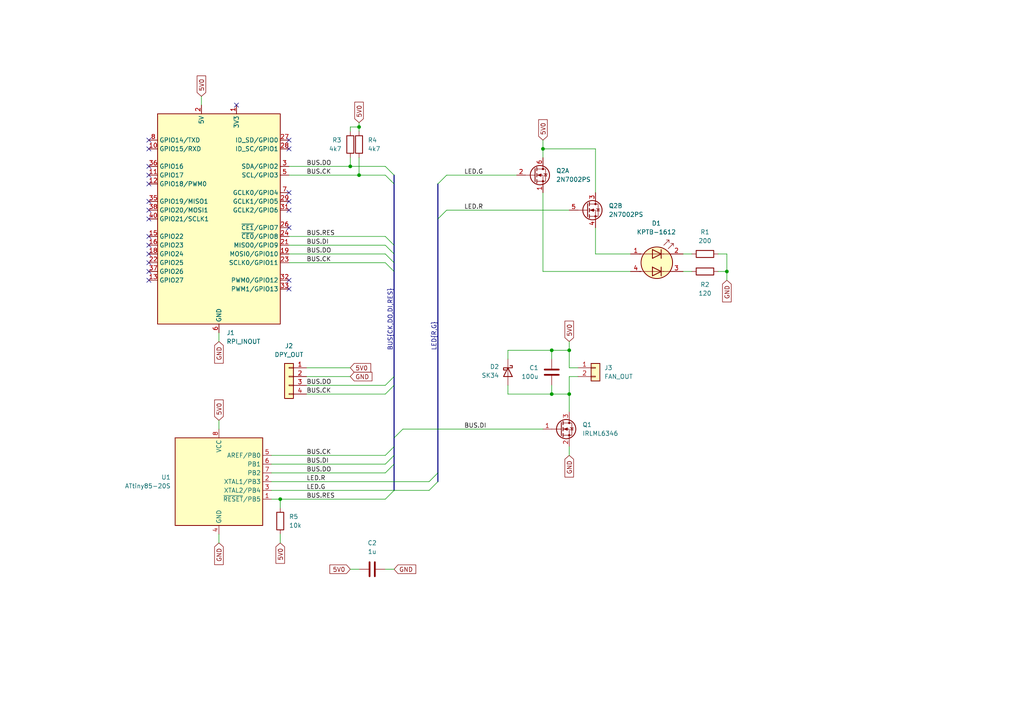
<source format=kicad_sch>
(kicad_sch (version 20231120) (generator "eeschema") (generator_version "8.0")
  (paper "A4")
  (lib_symbols
    (symbol "Connector:Raspberry_Pi_2_3"
      (property "Reference" "J" (at -17.78 31.75 0))
      (property "Value" "Raspberry_Pi_2_3" (at 10.16 -31.75 0))
      (symbol "Raspberry_Pi_2_3_0_1"
        (rectangle (start -17.78 30.48) (end 17.78 -30.48) (stroke (width 0.254)) (fill (type background)))
      )
      (symbol "Raspberry_Pi_2_3_1_1"
        (pin power_in line (at 5.08 33.02 270) (length 2.54) (name "3V3") (number "1"))
        (pin bidirectional line (at -20.32 20.32 0) (length 2.54) (name "GPIO15/RXD") (number "10"))
        (pin bidirectional line (at -20.32 12.7 0) (length 2.54) (name "GPIO17") (number "11"))
        (pin bidirectional line (at -20.32 10.16 0) (length 2.54) (name "GPIO18/PWM0") (number "12"))
        (pin bidirectional line (at -20.32 -17.78 0) (length 2.54) (name "GPIO27") (number "13"))
        (pin passive line (at 0 -33.02 90) (length 2.54) hide (name "GND") (number "14"))
        (pin bidirectional line (at -20.32 -5.08 0) (length 2.54) (name "GPIO22") (number "15"))
        (pin bidirectional line (at -20.32 -7.62 0) (length 2.54) (name "GPIO23") (number "16"))
        (pin passive line (at 5.08 33.02 270) (length 2.54) hide (name "3V3") (number "17"))
        (pin bidirectional line (at -20.32 -10.16 0) (length 2.54) (name "GPIO24") (number "18"))
        (pin bidirectional line (at 20.32 -10.16 180) (length 2.54) (name "MOSI0/GPIO10") (number "19"))
        (pin power_in line (at -5.08 33.02 270) (length 2.54) (name "5V") (number "2"))
        (pin passive line (at 0 -33.02 90) (length 2.54) hide (name "GND") (number "20"))
        (pin bidirectional line (at 20.32 -7.62 180) (length 2.54) (name "MISO0/GPIO9") (number "21"))
        (pin bidirectional line (at -20.32 -12.7 0) (length 2.54) (name "GPIO25") (number "22"))
        (pin bidirectional line (at 20.32 -12.7 180) (length 2.54) (name "SCLK0/GPIO11") (number "23"))
        (pin bidirectional line (at 20.32 -5.08 180) (length 2.54) (name "~{CE0}/GPIO8") (number "24"))
        (pin passive line (at 0 -33.02 90) (length 2.54) hide (name "GND") (number "25"))
        (pin bidirectional line (at 20.32 -2.54 180) (length 2.54) (name "~{CE1}/GPIO7") (number "26"))
        (pin bidirectional line (at 20.32 22.86 180) (length 2.54) (name "ID_SD/GPIO0") (number "27"))
        (pin bidirectional line (at 20.32 20.32 180) (length 2.54) (name "ID_SC/GPIO1") (number "28"))
        (pin bidirectional line (at 20.32 5.08 180) (length 2.54) (name "GCLK1/GPIO5") (number "29"))
        (pin bidirectional line (at 20.32 15.24 180) (length 2.54) (name "SDA/GPIO2") (number "3"))
        (pin passive line (at 0 -33.02 90) (length 2.54) hide (name "GND") (number "30"))
        (pin bidirectional line (at 20.32 2.54 180) (length 2.54) (name "GCLK2/GPIO6") (number "31"))
        (pin bidirectional line (at 20.32 -17.78 180) (length 2.54) (name "PWM0/GPIO12") (number "32"))
        (pin bidirectional line (at 20.32 -20.32 180) (length 2.54) (name "PWM1/GPIO13") (number "33"))
        (pin passive line (at 0 -33.02 90) (length 2.54) hide (name "GND") (number "34"))
        (pin bidirectional line (at -20.32 5.08 0) (length 2.54) (name "GPIO19/MISO1") (number "35"))
        (pin bidirectional line (at -20.32 15.24 0) (length 2.54) (name "GPIO16") (number "36"))
        (pin bidirectional line (at -20.32 -15.24 0) (length 2.54) (name "GPIO26") (number "37"))
        (pin bidirectional line (at -20.32 2.54 0) (length 2.54) (name "GPIO20/MOSI1") (number "38"))
        (pin passive line (at 0 -33.02 90) (length 2.54) hide (name "GND") (number "39"))
        (pin passive line (at -5.08 33.02 270) (length 2.54) hide (name "5V") (number "4"))
        (pin bidirectional line (at -20.32 0 0) (length 2.54) (name "GPIO21/SCLK1") (number "40"))
        (pin bidirectional line (at 20.32 12.7 180) (length 2.54) (name "SCL/GPIO3") (number "5"))
        (pin power_in line (at 0 -33.02 90) (length 2.54) (name "GND") (number "6"))
        (pin bidirectional line (at 20.32 7.62 180) (length 2.54) (name "GCLK0/GPIO4") (number "7"))
        (pin bidirectional line (at -20.32 22.86 0) (length 2.54) (name "GPIO14/TXD") (number "8"))
        (pin passive line (at 0 -33.02 90) (length 2.54) hide (name "GND") (number "9"))
      )
    )
    (symbol "Connector_Generic:Conn_01x02" (pin_names (offset 1.016) hide)
      (property "Reference" "J" (at 0 2.54 0))
      (property "Value" "Conn_01x02" (at 0 -5.08 0))
      (symbol "Conn_01x02_1_1"
        (rectangle (start -1.27 -2.413) (end 0 -2.667) (stroke (width 0.1524)))
        (rectangle (start -1.27 0.127) (end 0 -0.127) (stroke (width 0.1524)))
        (rectangle (start -1.27 1.27) (end 1.27 -3.81) (stroke (width 0.254)) (fill (type background)))
        (pin passive line (at -5.08 0 0) (length 3.81) (name "Pin_1") (number "1"))
        (pin passive line (at -5.08 -2.54 0) (length 3.81) (name "Pin_2") (number "2"))
      )
    )
    (symbol "Connector_Generic:Conn_01x04" (pin_names (offset 1.016) hide)
      (property "Reference" "J" (at 0 5.08 0))
      (property "Value" "Conn_01x04" (at 0 -7.62 0))
      (symbol "Conn_01x04_1_1"
        (rectangle (start -1.27 -4.953) (end 0 -5.207) (stroke (width 0.1524)))
        (rectangle (start -1.27 -2.413) (end 0 -2.667) (stroke (width 0.1524)))
        (rectangle (start -1.27 0.127) (end 0 -0.127) (stroke (width 0.1524)))
        (rectangle (start -1.27 2.667) (end 0 2.413) (stroke (width 0.1524)))
        (rectangle (start -1.27 3.81) (end 1.27 -6.35) (stroke (width 0.254)) (fill (type background)))
        (pin passive line (at -5.08 2.54 0) (length 3.81) (name "Pin_1") (number "1"))
        (pin passive line (at -5.08 0 0) (length 3.81) (name "Pin_2") (number "2"))
        (pin passive line (at -5.08 -2.54 0) (length 3.81) (name "Pin_3") (number "3"))
        (pin passive line (at -5.08 -5.08 0) (length 3.81) (name "Pin_4") (number "4"))
      )
    )
    (symbol "Device:C" (pin_numbers hide) (pin_names (offset 0.254))
      (property "Reference" "C" (at 0.635 2.54 0))
      (property "Value" "C" (at 0.635 -2.54 0))
      (symbol "C_0_1"
        (polyline (pts (xy -2.032 -0.762) (xy 2.032 -0.762)) (stroke (width 0.508)))
        (polyline (pts (xy -2.032 0.762) (xy 2.032 0.762)) (stroke (width 0.508)))
      )
      (symbol "C_1_1"
        (pin passive line (at 0 3.81 270) (length 2.794) (name "~") (number "1"))
        (pin passive line (at 0 -3.81 90) (length 2.794) (name "~") (number "2"))
      )
    )
    (symbol "Device:D_Schottky" (pin_numbers hide) (pin_names (offset 1.016) hide)
      (property "Reference" "D" (at 0 2.54 0))
      (property "Value" "D_Schottky" (at 0 -2.54 0))
      (symbol "D_Schottky_0_1"
        (polyline (pts (xy 1.27 0) (xy -1.27 0)))
        (polyline (pts (xy 1.27 1.27) (xy 1.27 -1.27) (xy -1.27 0) (xy 1.27 1.27)) (stroke (width 0.254)))
        (polyline (pts (xy -1.905 0.635) (xy -1.905 1.27) (xy -1.27 1.27) (xy -1.27 -1.27) (xy -0.635 -1.27) (xy -0.635 -0.635)) (stroke (width 0.254)))
      )
      (symbol "D_Schottky_1_1"
        (pin passive line (at -3.81 0 0) (length 2.54) (name "K") (number "1"))
        (pin passive line (at 3.81 0 180) (length 2.54) (name "A") (number "2"))
      )
    )
    (symbol "Device:LED_Dual_AKKA" (pin_names (offset 0) hide)
      (property "Reference" "D" (at 0 5.715 0))
      (property "Value" "LED_Dual_AKKA" (at 0 -6.35 0))
      (symbol "LED_Dual_AKKA_0_1"
        (polyline (pts (xy -5.08 -2.54) (xy 2.032 -2.54)))
        (polyline (pts (xy -5.08 2.54) (xy 2.032 2.54)))
        (polyline (pts (xy 1.27 -1.27) (xy 1.27 -3.81)) (stroke (width 0.254)))
        (polyline (pts (xy 1.27 3.81) (xy 1.27 1.27)) (stroke (width 0.254)))
        (polyline (pts (xy 3.81 -2.54) (xy 1.905 -2.54)))
        (polyline (pts (xy 3.81 2.54) (xy 1.905 2.54)))
        (polyline (pts (xy -1.27 -1.27) (xy -1.27 -3.81) (xy 1.27 -2.54) (xy -1.27 -1.27)) (stroke (width 0.254)))
        (polyline (pts (xy -1.27 3.81) (xy -1.27 1.27) (xy 1.27 2.54) (xy -1.27 3.81)) (stroke (width 0.254)))
        (polyline (pts (xy 2.032 5.08) (xy 3.556 6.604) (xy 2.794 6.604) (xy 3.556 6.604) (xy 3.556 5.842)))
        (polyline (pts (xy 3.302 4.064) (xy 4.826 5.588) (xy 4.064 5.588) (xy 4.826 5.588) (xy 4.826 4.826)))
        (circle (center 0 0) (radius 4.572) (stroke (width 0.254)) (fill (type background)))
      )
      (symbol "LED_Dual_AKKA_1_1"
        (pin input line (at -7.62 2.54 0) (length 3.048) (name "A1") (number "1"))
        (pin input line (at 7.62 2.54 180) (length 3.81) (name "K1") (number "2"))
        (pin input line (at 7.62 -2.54 180) (length 3.81) (name "K2") (number "3"))
        (pin input line (at -7.62 -2.54 0) (length 3.048) (name "A2") (number "4"))
      )
    )
    (symbol "Device:Q_Dual_NMOS_S1G1D2S2G2D1" (pin_names (offset 0) hide)
      (property "Reference" "Q" (at 6.35 1.27 0))
      (property "Value" "Q_Dual_NMOS_S1G1D2S2G2D1" (at 19.05 -1.27 0))
      (symbol "Q_Dual_NMOS_S1G1D2S2G2D1_0_1"
        (polyline (pts (xy 0.254 0) (xy -2.54 0)))
        (polyline (pts (xy 0.254 1.905) (xy 0.254 -1.905)) (stroke (width 0.254)))
        (polyline (pts (xy 0.762 -1.27) (xy 0.762 -2.286)) (stroke (width 0.254)))
        (polyline (pts (xy 0.762 0.508) (xy 0.762 -0.508)) (stroke (width 0.254)))
        (polyline (pts (xy 0.762 2.286) (xy 0.762 1.27)) (stroke (width 0.254)))
        (polyline (pts (xy 2.54 2.54) (xy 2.54 1.778)))
        (polyline (pts (xy 2.54 -2.54) (xy 2.54 0) (xy 0.762 0)))
        (polyline (pts (xy 0.762 -1.778) (xy 3.302 -1.778) (xy 3.302 1.778) (xy 0.762 1.778)))
        (polyline (pts (xy 1.016 0) (xy 2.032 0.381) (xy 2.032 -0.381) (xy 1.016 0)) (fill (type outline)))
        (polyline (pts (xy 2.794 0.508) (xy 2.921 0.381) (xy 3.683 0.381) (xy 3.81 0.254)))
        (polyline (pts (xy 3.302 0.381) (xy 2.921 -0.254) (xy 3.683 -0.254) (xy 3.302 0.381)))
        (circle (center 1.651 0) (radius 2.794) (stroke (width 0.254)))
        (circle (center 2.54 -1.778) (radius 0.254) (fill (type outline)))
        (circle (center 2.54 1.778) (radius 0.254) (fill (type outline)))
      )
      (symbol "Q_Dual_NMOS_S1G1D2S2G2D1_1_1"
        (pin passive line (at 2.54 -5.08 90) (length 2.54) (name "S") (number "1"))
        (pin input line (at -5.08 0 0) (length 2.54) (name "G") (number "2"))
        (pin passive line (at 2.54 5.08 270) (length 2.54) (name "D") (number "6"))
      )
      (symbol "Q_Dual_NMOS_S1G1D2S2G2D1_2_1"
        (pin passive line (at 2.54 5.08 270) (length 2.54) (name "D") (number "3"))
        (pin passive line (at 2.54 -5.08 90) (length 2.54) (name "S") (number "4"))
        (pin input line (at -5.08 0 0) (length 2.54) (name "G") (number "5"))
      )
    )
    (symbol "Device:R" (pin_numbers hide) (pin_names (offset 0))
      (property "Reference" "R" (at 2.032 0 90))
      (property "Value" "R" (at 0 0 90))
      (symbol "R_0_1"
        (rectangle (start -1.016 -2.54) (end 1.016 2.54) (stroke (width 0.254)))
      )
      (symbol "R_1_1"
        (pin passive line (at 0 3.81 270) (length 1.27) (name "~") (number "1"))
        (pin passive line (at 0 -3.81 90) (length 1.27) (name "~") (number "2"))
      )
    )
    (symbol "MCU_Microchip_ATtiny:ATtiny85-20S"
      (property "Reference" "U" (at -12.7 13.97 0))
      (property "Value" "ATtiny85-20S" (at 2.54 -13.97 0))
      (symbol "ATtiny85-20S_0_1"
        (rectangle (start -12.7 -12.7) (end 12.7 12.7) (stroke (width 0.254)) (fill (type background)))
      )
      (symbol "ATtiny85-20S_1_1"
        (pin bidirectional line (at 15.24 -5.08 180) (length 2.54) (name "~{RESET}/PB5") (number "1"))
        (pin bidirectional line (at 15.24 0 180) (length 2.54) (name "XTAL1/PB3") (number "2"))
        (pin bidirectional line (at 15.24 -2.54 180) (length 2.54) (name "XTAL2/PB4") (number "3"))
        (pin power_in line (at 0 -15.24 90) (length 2.54) (name "GND") (number "4"))
        (pin bidirectional line (at 15.24 7.62 180) (length 2.54) (name "AREF/PB0") (number "5"))
        (pin bidirectional line (at 15.24 5.08 180) (length 2.54) (name "PB1") (number "6"))
        (pin bidirectional line (at 15.24 2.54 180) (length 2.54) (name "PB2") (number "7"))
        (pin power_in line (at 0 15.24 270) (length 2.54) (name "VCC") (number "8"))
      )
    )
    (symbol "Transistor_FET:IRLML0030" (pin_names hide)
      (property "Reference" "Q" (at 5.08 1.905 0))
      (property "Value" "IRLML0030" (at 5.08 0 0))
      (symbol "IRLML0030_0_1"
        (polyline (pts (xy 0.254 0) (xy -2.54 0)))
        (polyline (pts (xy 0.254 1.905) (xy 0.254 -1.905)) (stroke (width 0.254)))
        (polyline (pts (xy 0.762 -1.27) (xy 0.762 -2.286)) (stroke (width 0.254)))
        (polyline (pts (xy 0.762 0.508) (xy 0.762 -0.508)) (stroke (width 0.254)))
        (polyline (pts (xy 0.762 2.286) (xy 0.762 1.27)) (stroke (width 0.254)))
        (polyline (pts (xy 2.54 2.54) (xy 2.54 1.778)))
        (polyline (pts (xy 2.54 -2.54) (xy 2.54 0) (xy 0.762 0)))
        (polyline (pts (xy 0.762 -1.778) (xy 3.302 -1.778) (xy 3.302 1.778) (xy 0.762 1.778)))
        (polyline (pts (xy 1.016 0) (xy 2.032 0.381) (xy 2.032 -0.381) (xy 1.016 0)) (fill (type outline)))
        (polyline (pts (xy 2.794 0.508) (xy 2.921 0.381) (xy 3.683 0.381) (xy 3.81 0.254)))
        (polyline (pts (xy 3.302 0.381) (xy 2.921 -0.254) (xy 3.683 -0.254) (xy 3.302 0.381)))
        (circle (center 1.651 0) (radius 2.794) (stroke (width 0.254)))
        (circle (center 2.54 -1.778) (radius 0.254) (fill (type outline)))
        (circle (center 2.54 1.778) (radius 0.254) (fill (type outline)))
      )
      (symbol "IRLML0030_1_1"
        (pin input line (at -5.08 0 0) (length 2.54) (name "G") (number "1"))
        (pin passive line (at 2.54 -5.08 90) (length 2.54) (name "S") (number "2"))
        (pin passive line (at 2.54 5.08 270) (length 2.54) (name "D") (number "3"))
      )
    )
  )
  (junction (at 104.14 36.83))
  (junction (at 81.28 144.78))
  (junction (at 101.6 48.26))
  (junction (at 160.02 114.3))
  (junction (at 104.14 50.8))
  (junction (at 157.48 43.18))
  (junction (at 165.1 101.6))
  (junction (at 160.02 101.6))
  (junction (at 165.1 114.3))
  (junction (at 210.82 78.74))
  (no_connect (at 43.18 68.58))
  (no_connect (at 43.18 58.42))
  (no_connect (at 83.82 55.88))
  (no_connect (at 43.18 48.26))
  (no_connect (at 43.18 63.5))
  (no_connect (at 83.82 40.64))
  (no_connect (at 43.18 40.64))
  (no_connect (at 83.82 83.82))
  (no_connect (at 43.18 76.2))
  (no_connect (at 83.82 81.28))
  (no_connect (at 43.18 73.66))
  (no_connect (at 43.18 60.96))
  (no_connect (at 68.58 30.48))
  (no_connect (at 43.18 43.18))
  (no_connect (at 83.82 43.18))
  (no_connect (at 83.82 60.96))
  (no_connect (at 43.18 78.74))
  (no_connect (at 83.82 58.42))
  (no_connect (at 43.18 71.12))
  (no_connect (at 43.18 50.8))
  (no_connect (at 43.18 81.28))
  (no_connect (at 83.82 66.04))
  (no_connect (at 43.18 53.34))
  (bus_entry (at 116.84 124.46) (size -2.54 2.54))
  (bus_entry (at 111.76 68.58) (size 2.54 2.54))
  (bus_entry (at 111.76 111.76) (size 2.54 -2.54))
  (bus_entry (at 127 137.16) (size -2.54 2.54))
  (bus_entry (at 114.3 129.54) (size -2.54 2.54))
  (bus_entry (at 111.76 76.2) (size 2.54 2.54))
  (bus_entry (at 127 139.7) (size -2.54 2.54))
  (bus_entry (at 111.76 114.3) (size 2.54 -2.54))
  (bus_entry (at 111.76 73.66) (size 2.54 2.54))
  (bus_entry (at 111.76 50.8) (size 2.54 2.54))
  (bus_entry (at 111.76 71.12) (size 2.54 2.54))
  (bus_entry (at 114.3 134.62) (size -2.54 2.54))
  (bus_entry (at 111.76 134.62) (size 2.54 -2.54))
  (bus_entry (at 111.76 48.26) (size 2.54 2.54))
  (bus_entry (at 127 53.34) (size 2.54 -2.54))
  (bus_entry (at 127 63.5) (size 2.54 -2.54))
  (bus_entry (at 111.76 144.78) (size 2.54 -2.54))
  (wire (pts (xy 81.28 147.32) (xy 81.28 144.78)))
  (wire (pts (xy 104.14 45.72) (xy 104.14 50.8)))
  (wire (pts (xy 172.72 66.04) (xy 172.72 73.66)))
  (wire (pts (xy 78.74 142.24) (xy 114.3 142.24)))
  (wire (pts (xy 101.6 165.1) (xy 104.14 165.1)))
  (wire (pts (xy 78.74 134.62) (xy 111.76 134.62)))
  (bus (pts (xy 114.3 73.66) (xy 114.3 76.2)))
  (bus (pts (xy 114.3 111.76) (xy 114.3 127)))
  (bus (pts (xy 114.3 78.74) (xy 114.3 109.22)))
  (wire (pts (xy 157.48 45.72) (xy 157.48 43.18)))
  (wire (pts (xy 104.14 50.8) (xy 111.76 50.8)))
  (wire (pts (xy 101.6 45.72) (xy 101.6 48.26)))
  (wire (pts (xy 208.28 73.66) (xy 210.82 73.66)))
  (wire (pts (xy 198.12 73.66) (xy 200.66 73.66)))
  (wire (pts (xy 198.12 78.74) (xy 200.66 78.74)))
  (wire (pts (xy 83.82 71.12) (xy 111.76 71.12)))
  (wire (pts (xy 104.14 36.83) (xy 104.14 38.1)))
  (wire (pts (xy 210.82 73.66) (xy 210.82 78.74)))
  (bus (pts (xy 114.3 127) (xy 114.3 129.54)))
  (wire (pts (xy 165.1 129.54) (xy 165.1 132.08)))
  (wire (pts (xy 147.32 101.6) (xy 160.02 101.6)))
  (wire (pts (xy 88.9 106.68) (xy 101.6 106.68)))
  (bus (pts (xy 114.3 71.12) (xy 114.3 73.66)))
  (wire (pts (xy 157.48 40.64) (xy 157.48 43.18)))
  (wire (pts (xy 78.74 132.08) (xy 111.76 132.08)))
  (bus (pts (xy 127 63.5) (xy 127 137.16)))
  (bus (pts (xy 114.3 109.22) (xy 114.3 111.76)))
  (wire (pts (xy 81.28 157.48) (xy 81.28 154.94)))
  (wire (pts (xy 78.74 137.16) (xy 111.76 137.16)))
  (wire (pts (xy 104.14 36.83) (xy 101.6 36.83)))
  (wire (pts (xy 165.1 99.06) (xy 165.1 101.6)))
  (wire (pts (xy 81.28 144.78) (xy 78.74 144.78)))
  (wire (pts (xy 172.72 43.18) (xy 172.72 55.88)))
  (wire (pts (xy 129.54 50.8) (xy 149.86 50.8)))
  (wire (pts (xy 63.5 96.52) (xy 63.5 99.06)))
  (wire (pts (xy 58.42 27.94) (xy 58.42 30.48)))
  (wire (pts (xy 63.5 121.92) (xy 63.5 124.46)))
  (wire (pts (xy 81.28 144.78) (xy 111.76 144.78)))
  (wire (pts (xy 83.82 48.26) (xy 101.6 48.26)))
  (wire (pts (xy 101.6 48.26) (xy 111.76 48.26)))
  (wire (pts (xy 147.32 104.14) (xy 147.32 101.6)))
  (wire (pts (xy 160.02 101.6) (xy 165.1 101.6)))
  (wire (pts (xy 129.54 60.96) (xy 165.1 60.96)))
  (wire (pts (xy 63.5 154.94) (xy 63.5 157.48)))
  (wire (pts (xy 78.74 139.7) (xy 124.46 139.7)))
  (bus (pts (xy 127 53.34) (xy 127 63.5)))
  (wire (pts (xy 165.1 101.6) (xy 165.1 106.68)))
  (wire (pts (xy 165.1 109.22) (xy 165.1 114.3)))
  (wire (pts (xy 182.88 78.74) (xy 157.48 78.74)))
  (wire (pts (xy 88.9 114.3) (xy 111.76 114.3)))
  (wire (pts (xy 160.02 114.3) (xy 165.1 114.3)))
  (bus (pts (xy 114.3 134.62) (xy 114.3 142.24)))
  (wire (pts (xy 147.32 111.76) (xy 147.32 114.3)))
  (wire (pts (xy 157.48 55.88) (xy 157.48 78.74)))
  (bus (pts (xy 114.3 132.08) (xy 114.3 134.62)))
  (bus (pts (xy 114.3 76.2) (xy 114.3 78.74)))
  (bus (pts (xy 114.3 50.8) (xy 114.3 53.34)))
  (wire (pts (xy 83.82 76.2) (xy 111.76 76.2)))
  (wire (pts (xy 208.28 78.74) (xy 210.82 78.74)))
  (wire (pts (xy 83.82 73.66) (xy 111.76 73.66)))
  (wire (pts (xy 111.76 165.1) (xy 114.3 165.1)))
  (bus (pts (xy 114.3 53.34) (xy 114.3 71.12)))
  (wire (pts (xy 88.9 109.22) (xy 101.6 109.22)))
  (wire (pts (xy 172.72 73.66) (xy 182.88 73.66)))
  (wire (pts (xy 160.02 101.6) (xy 160.02 104.14)))
  (bus (pts (xy 114.3 129.54) (xy 114.3 132.08)))
  (wire (pts (xy 147.32 114.3) (xy 160.02 114.3)))
  (wire (pts (xy 210.82 78.74) (xy 210.82 81.28)))
  (bus (pts (xy 127 137.16) (xy 127 139.7)))
  (wire (pts (xy 83.82 68.58) (xy 111.76 68.58)))
  (wire (pts (xy 167.64 109.22) (xy 165.1 109.22)))
  (wire (pts (xy 88.9 111.76) (xy 111.76 111.76)))
  (wire (pts (xy 83.82 50.8) (xy 104.14 50.8)))
  (wire (pts (xy 165.1 106.68) (xy 167.64 106.68)))
  (wire (pts (xy 116.84 124.46) (xy 157.48 124.46)))
  (wire (pts (xy 160.02 111.76) (xy 160.02 114.3)))
  (wire (pts (xy 101.6 36.83) (xy 101.6 38.1)))
  (wire (pts (xy 165.1 114.3) (xy 165.1 119.38)))
  (wire (pts (xy 157.48 43.18) (xy 172.72 43.18)))
  (wire (pts (xy 114.3 142.24) (xy 124.46 142.24)))
  (wire (pts (xy 104.14 35.56) (xy 104.14 36.83)))
  (label "LED.R" (at 134.62 60.96 0))
  (label "BUS.DO" (at 88.9 137.16 0))
  (label "BUS{CK,DO,DI,RES}" (at 114.3 101.6 90))
  (label "BUS.CK" (at 88.9 50.8 0))
  (label "BUS.DO" (at 88.9 48.26 0))
  (label "BUS.RES" (at 88.9 144.78 0))
  (label "BUS.CK" (at 88.9 114.3 0))
  (label "BUS.RES" (at 88.9 68.58 0))
  (label "LED{R,G}" (at 127 101.6 90))
  (label "BUS.DI" (at 134.62 124.46 0))
  (label "LED.R" (at 88.9 139.7 0))
  (label "LED.G" (at 88.9 142.24 0))
  (label "BUS.DO" (at 88.9 111.76 0))
  (label "BUS.CK" (at 88.9 132.08 0))
  (label "BUS.CK" (at 88.9 76.2 0))
  (label "BUS.DI" (at 88.9 71.12 0))
  (label "BUS.DI" (at 88.9 134.62 0))
  (label "LED.G" (at 134.62 50.8 0))
  (label "BUS.DO" (at 88.9 73.66 0))
  (global_label "5V0" (shape input) (at 58.42 27.94 90) (property "Intersheetrefs" "${INTERSHEET_REFS}" (effects (hide yes))))
  (global_label "GND" (shape input) (at 101.6 109.22 0) (property "Intersheetrefs" "${INTERSHEET_REFS}" (effects (hide yes))))
  (global_label "5V0" (shape input) (at 101.6 106.68 0) (property "Intersheetrefs" "${INTERSHEET_REFS}" (effects (hide yes))))
  (global_label "GND" (shape input) (at 114.3 165.1 0) (property "Intersheetrefs" "${INTERSHEET_REFS}" (effects (hide yes))))
  (global_label "5V0" (shape input) (at 81.28 157.48 270) (property "Intersheetrefs" "${INTERSHEET_REFS}" (effects (hide yes))))
  (global_label "5V0" (shape input) (at 101.6 165.1 180) (property "Intersheetrefs" "${INTERSHEET_REFS}" (effects (hide yes))))
  (global_label "GND" (shape input) (at 210.82 81.28 270) (property "Intersheetrefs" "${INTERSHEET_REFS}" (effects (hide yes))))
  (global_label "5V0" (shape input) (at 165.1 99.06 90) (property "Intersheetrefs" "${INTERSHEET_REFS}" (effects (hide yes))))
  (global_label "GND" (shape input) (at 63.5 99.06 270) (property "Intersheetrefs" "${INTERSHEET_REFS}" (effects (hide yes))))
  (global_label "GND" (shape input) (at 165.1 132.08 270) (property "Intersheetrefs" "${INTERSHEET_REFS}" (effects (hide yes))))
  (global_label "5V0" (shape input) (at 157.48 40.64 90) (property "Intersheetrefs" "${INTERSHEET_REFS}" (effects (hide yes))))
  (global_label "5V0" (shape input) (at 104.14 35.56 90) (property "Intersheetrefs" "${INTERSHEET_REFS}" (effects (hide yes))))
  (global_label "5V0" (shape input) (at 63.5 121.92 90) (property "Intersheetrefs" "${INTERSHEET_REFS}" (effects (hide yes))))
  (global_label "GND" (shape input) (at 63.5 157.48 270) (property "Intersheetrefs" "${INTERSHEET_REFS}" (effects (hide yes))))
  (symbol (lib_id "MCU_Microchip_ATtiny:ATtiny85-20S") (at 63.5 139.7 0) (unit 1)
    (property "Reference" "U1" (at 49.53 138.4299 0) (effects (justify right)))
    (property "Value" "ATtiny85-20S" (at 49.53 140.9699 0) (effects (justify right)))
    (property "Footprint" "Package_SO:SOIC-8W_5.3x5.3mm_P1.27mm" (effects (hide yes)))
    (property "Datasheet" "http://ww1.microchip.com/downloads/en/DeviceDoc/atmel-2586-avr-8-bit-microcontroller-attiny25-attiny45-attiny85_datasheet.pdf" (effects (hide yes)))
    (property "Description" "20MHz, 8kB Flash, 512B SRAM, 512B EEPROM, debugWIRE, SOIC-8W" (effects (hide yes)))
  )
  (symbol (lib_id "Device:Q_Dual_NMOS_S1G1D2S2G2D1") (at 154.94 50.8 0) (unit 1)
    (property "Reference" "Q2" (at 161.29 49.5299 0) (effects (justify left)))
    (property "Value" "2N7002PS" (at 161.29 52.0699 0) (effects (justify left)))
    (property "Footprint" "Package_TO_SOT_SMD:SOT-363_SC-70-6_Handsoldering" (effects (hide yes)))
    (property "Description" "Dual NMOS transistor, 6 pin package" (effects (hide yes)))
  )
  (symbol (lib_id "Device:R") (at 101.6 41.91 0) (unit 1)
    (property "Reference" "R3" (at 99.06 40.6399 0) (effects (justify right)))
    (property "Value" "4k7" (at 99.06 43.1799 0) (effects (justify right)))
    (property "Footprint" "Resistor_SMD:R_0805_2012Metric_Pad1.20x1.40mm_HandSolder" (effects (hide yes)))
    (property "Description" "Resistor" (effects (hide yes)))
  )
  (symbol (lib_id "Device:R") (at 204.47 73.66 90) (unit 1)
    (property "Reference" "R1" (at 204.47 67.31 90))
    (property "Value" "200" (at 204.47 69.85 90))
    (property "Footprint" "Resistor_SMD:R_0805_2012Metric_Pad1.20x1.40mm_HandSolder" (effects (hide yes)))
    (property "Description" "Resistor" (effects (hide yes)))
  )
  (symbol (lib_id "Device:R") (at 204.47 78.74 90) (unit 1)
    (property "Reference" "R2" (at 204.47 82.55 90))
    (property "Value" "120" (at 204.47 85.09 90))
    (property "Footprint" "Resistor_SMD:R_0805_2012Metric_Pad1.20x1.40mm_HandSolder" (effects (hide yes)))
    (property "Description" "Resistor" (effects (hide yes)))
  )
  (symbol (lib_id "Connector:Raspberry_Pi_2_3") (at 63.5 63.5 0) (unit 1)
    (property "Reference" "J1" (at 65.6941 96.52 0) (effects (justify left)))
    (property "Value" "RPI_INOUT" (at 65.6941 99.06 0) (effects (justify left)))
    (property "Footprint" "Connector_PinSocket_2.54mm:PinSocket_2x20_P2.54mm_Vertical" (effects (hide yes)))
    (property "Datasheet" "https://www.raspberrypi.org/documentation/hardware/raspberrypi/schematics/rpi_SCH_3bplus_1p0_reduced.pdf" (effects (hide yes)))
    (property "Description" "expansion header for Raspberry Pi 2 & 3" (effects (hide yes)))
  )
  (symbol (lib_id "Connector_Generic:Conn_01x02") (at 172.72 106.68 0) (unit 1)
    (property "Reference" "J3" (at 175.26 106.6799 0) (effects (justify left)))
    (property "Value" "FAN_OUT" (at 175.26 109.2199 0) (effects (justify left)))
    (property "Footprint" "Connector_PinHeader_2.54mm:PinHeader_1x02_P2.54mm_Horizontal" (effects (hide yes)))
    (property "Description" "Generic connector, single row, 01x02, script generated (kicad-library-utils/schlib/autogen/connector/)" (effects (hide yes)))
  )
  (symbol (lib_id "Transistor_FET:IRLML0030") (at 162.56 124.46 0) (unit 1)
    (property "Reference" "Q1" (at 168.91 123.1899 0) (effects (justify left)))
    (property "Value" "IRLML6346" (at 168.91 125.7299 0) (effects (justify left)))
    (property "Footprint" "Package_TO_SOT_SMD:SOT-23" (effects (hide yes)))
    (property "Datasheet" "https://www.infineon.com/dgdl/irlml0030pbf.pdf?fileId=5546d462533600a401535664773825df" (effects (hide yes)))
    (property "Description" "5.3A Id, 30V Vds, 27mOhm Rds, N-Channel HEXFET Power MOSFET, SOT-23" (effects (hide yes)))
  )
  (symbol (lib_id "Device:C") (at 160.02 107.95 0) (unit 1)
    (property "Reference" "C1" (at 156.21 106.6799 0) (effects (justify right)))
    (property "Value" "100u" (at 156.21 109.2199 0) (effects (justify right)))
    (property "Footprint" "Capacitor_SMD:C_1210_3225Metric_Pad1.33x2.70mm_HandSolder" (effects (hide yes)))
    (property "Description" "Unpolarized capacitor" (effects (hide yes)))
  )
  (symbol (lib_id "Device:D_Schottky") (at 147.32 107.95 270) (unit 1)
    (property "Reference" "D2" (at 144.78 106.3624 90) (effects (justify right)))
    (property "Value" "SK34" (at 144.78 108.9024 90) (effects (justify right)))
    (property "Footprint" "Diode_SMD:D_SMA_Handsoldering" (effects (hide yes)))
    (property "Description" "Schottky diode" (effects (hide yes)))
  )
  (symbol (lib_id "Device:R") (at 104.14 41.91 0) (unit 1)
    (property "Reference" "R4" (at 106.68 40.6399 0) (effects (justify left)))
    (property "Value" "4k7" (at 106.68 43.1799 0) (effects (justify left)))
    (property "Footprint" "Resistor_SMD:R_0805_2012Metric_Pad1.20x1.40mm_HandSolder" (effects (hide yes)))
    (property "Description" "Resistor" (effects (hide yes)))
  )
  (symbol (lib_id "Device:LED_Dual_AKKA") (at 190.5 76.2 0) (unit 1)
    (property "Reference" "D1" (at 190.373 64.77 0))
    (property "Value" "KPTB-1612" (at 190.373 67.31 0))
    (property "Footprint" "LED_SMD:LED_Kingbright_KPBD-3224" (effects (hide yes)))
    (property "Description" "Dual LED, cathodes on pins 2 and 3" (effects (hide yes)))
  )
  (symbol (lib_id "Device:C") (at 107.95 165.1 90) (unit 1)
    (property "Reference" "C2" (at 107.95 157.48 90))
    (property "Value" "1u" (at 107.95 160.02 90))
    (property "Footprint" "Capacitor_SMD:C_0805_2012Metric_Pad1.18x1.45mm_HandSolder" (effects (hide yes)))
    (property "Description" "Unpolarized capacitor" (effects (hide yes)))
  )
  (symbol (lib_id "Connector_Generic:Conn_01x04") (at 83.82 109.22 0) (mirror y) (unit 1)
    (property "Reference" "J2" (at 83.82 100.33 0))
    (property "Value" "DPY_OUT" (at 83.82 102.87 0))
    (property "Footprint" "Connector_PinHeader_2.54mm:PinHeader_1x04_P2.54mm_Horizontal" (effects (hide yes)))
    (property "Description" "Generic connector, single row, 01x04, script generated (kicad-library-utils/schlib/autogen/connector/)" (effects (hide yes)))
  )
  (symbol (lib_id "Device:Q_Dual_NMOS_S1G1D2S2G2D1") (at 170.18 60.96 0) (unit 2)
    (property "Reference" "Q2" (at 176.53 59.6899 0) (effects (justify left)))
    (property "Value" "2N7002PS" (at 176.53 62.2299 0) (effects (justify left)))
    (property "Footprint" "Package_TO_SOT_SMD:SOT-363_SC-70-6_Handsoldering" (effects (hide yes)))
    (property "Description" "Dual NMOS transistor, 6 pin package" (effects (hide yes)))
  )
  (symbol (lib_id "Device:R") (at 81.28 151.13 0) (unit 1)
    (property "Reference" "R5" (at 83.82 149.8599 0) (effects (justify left)))
    (property "Value" "10k" (at 83.82 152.3999 0) (effects (justify left)))
    (property "Footprint" "Resistor_SMD:R_0805_2012Metric_Pad1.20x1.40mm_HandSolder" (effects (hide yes)))
    (property "Description" "Resistor" (effects (hide yes)))
  )
)
</source>
